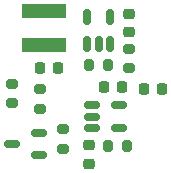
<source format=gbr>
%TF.GenerationSoftware,KiCad,Pcbnew,9.0.4*%
%TF.CreationDate,2025-09-28T21:19:40-04:00*%
%TF.ProjectId,esmonx,65736d6f-6e78-42e6-9b69-6361645f7063,A*%
%TF.SameCoordinates,Original*%
%TF.FileFunction,Paste,Top*%
%TF.FilePolarity,Positive*%
%FSLAX46Y46*%
G04 Gerber Fmt 4.6, Leading zero omitted, Abs format (unit mm)*
G04 Created by KiCad (PCBNEW 9.0.4) date 2025-09-28 21:19:40*
%MOMM*%
%LPD*%
G01*
G04 APERTURE LIST*
G04 Aperture macros list*
%AMRoundRect*
0 Rectangle with rounded corners*
0 $1 Rounding radius*
0 $2 $3 $4 $5 $6 $7 $8 $9 X,Y pos of 4 corners*
0 Add a 4 corners polygon primitive as box body*
4,1,4,$2,$3,$4,$5,$6,$7,$8,$9,$2,$3,0*
0 Add four circle primitives for the rounded corners*
1,1,$1+$1,$2,$3*
1,1,$1+$1,$4,$5*
1,1,$1+$1,$6,$7*
1,1,$1+$1,$8,$9*
0 Add four rect primitives between the rounded corners*
20,1,$1+$1,$2,$3,$4,$5,0*
20,1,$1+$1,$4,$5,$6,$7,0*
20,1,$1+$1,$6,$7,$8,$9,0*
20,1,$1+$1,$8,$9,$2,$3,0*%
G04 Aperture macros list end*
%ADD10RoundRect,0.200000X0.200000X0.275000X-0.200000X0.275000X-0.200000X-0.275000X0.200000X-0.275000X0*%
%ADD11RoundRect,0.218750X0.256250X-0.218750X0.256250X0.218750X-0.256250X0.218750X-0.256250X-0.218750X0*%
%ADD12RoundRect,0.150000X0.150000X-0.512500X0.150000X0.512500X-0.150000X0.512500X-0.150000X-0.512500X0*%
%ADD13RoundRect,0.200000X-0.275000X0.200000X-0.275000X-0.200000X0.275000X-0.200000X0.275000X0.200000X0*%
%ADD14RoundRect,0.200000X0.275000X-0.200000X0.275000X0.200000X-0.275000X0.200000X-0.275000X-0.200000X0*%
%ADD15RoundRect,0.218750X-0.218750X-0.256250X0.218750X-0.256250X0.218750X0.256250X-0.218750X0.256250X0*%
%ADD16RoundRect,0.225000X0.225000X0.250000X-0.225000X0.250000X-0.225000X-0.250000X0.225000X-0.250000X0*%
%ADD17RoundRect,0.225000X-0.225000X-0.250000X0.225000X-0.250000X0.225000X0.250000X-0.225000X0.250000X0*%
%ADD18R,3.700000X1.200000*%
%ADD19RoundRect,0.150000X-0.512500X-0.150000X0.512500X-0.150000X0.512500X0.150000X-0.512500X0.150000X0*%
%ADD20RoundRect,0.150000X0.512500X0.150000X-0.512500X0.150000X-0.512500X-0.150000X0.512500X-0.150000X0*%
%ADD21RoundRect,0.225000X0.250000X-0.225000X0.250000X0.225000X-0.250000X0.225000X-0.250000X-0.225000X0*%
G04 APERTURE END LIST*
D10*
%TO.C,R6*%
X163425000Y-78000000D03*
X161775000Y-78000000D03*
%TD*%
D11*
%TO.C,D1*%
X160200000Y-79487500D03*
X160200000Y-77912500D03*
%TD*%
D12*
%TO.C,U2*%
X160050000Y-67050000D03*
X161950000Y-67050000D03*
X161950000Y-69350000D03*
X161000000Y-69350000D03*
X160050000Y-69350000D03*
%TD*%
D13*
%TO.C,R2*%
X153700000Y-72725000D03*
X153700000Y-74375000D03*
%TD*%
D14*
%TO.C,R4*%
X163600000Y-71425000D03*
X163600000Y-69775000D03*
%TD*%
D15*
%TO.C,L2*%
X164812500Y-73200000D03*
X166387500Y-73200000D03*
%TD*%
D16*
%TO.C,C3*%
X157575000Y-71400000D03*
X156025000Y-71400000D03*
%TD*%
D17*
%TO.C,C1*%
X161425000Y-73000000D03*
X162975000Y-73000000D03*
%TD*%
D18*
%TO.C,L1*%
X156400000Y-66600001D03*
X156400000Y-69400000D03*
%TD*%
D19*
%TO.C,U1*%
X160450000Y-74550000D03*
X160450000Y-75500000D03*
X160450000Y-76450000D03*
X162750000Y-76450000D03*
X162750000Y-74550000D03*
%TD*%
D13*
%TO.C,R1*%
X158000000Y-76575000D03*
X158000000Y-78225000D03*
%TD*%
D10*
%TO.C,R5*%
X161825000Y-71100000D03*
X160175000Y-71100000D03*
%TD*%
D13*
%TO.C,R3*%
X156000000Y-73175000D03*
X156000000Y-74825000D03*
%TD*%
D20*
%TO.C,Q1*%
X155937500Y-78750000D03*
X155937500Y-76850000D03*
X153662500Y-77800000D03*
%TD*%
D21*
%TO.C,C2*%
X163600000Y-68375000D03*
X163600000Y-66825000D03*
%TD*%
M02*

</source>
